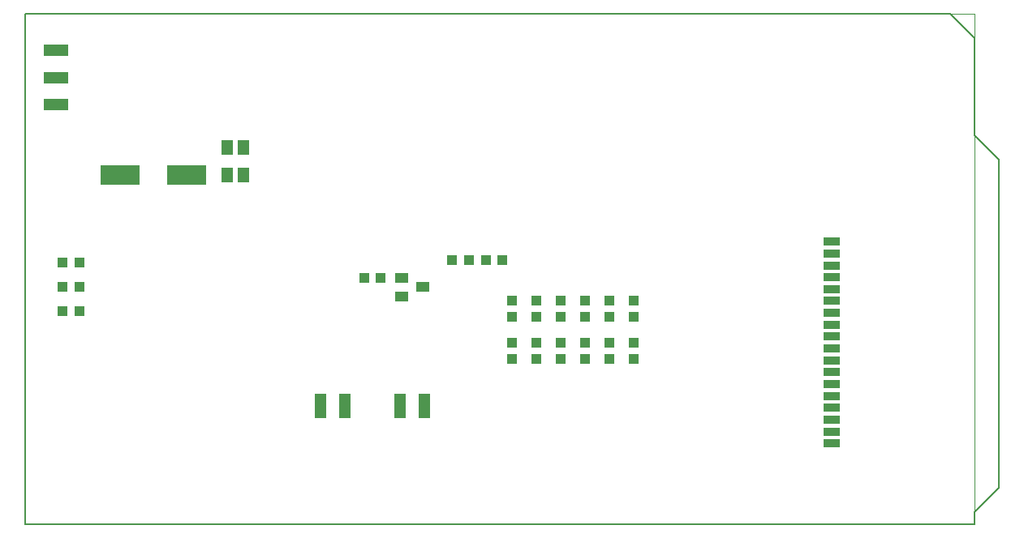
<source format=gtp>
G75*
%MOIN*%
%OFA0B0*%
%FSLAX24Y24*%
%IPPOS*%
%LPD*%
%AMOC8*
5,1,8,0,0,1.08239X$1,22.5*
%
%ADD10C,0.0000*%
%ADD11C,0.0080*%
%ADD12R,0.0433X0.0394*%
%ADD13R,0.1000X0.0500*%
%ADD14R,0.0512X0.0591*%
%ADD15R,0.1614X0.0827*%
%ADD16R,0.0660X0.0320*%
%ADD17R,0.0394X0.0433*%
%ADD18R,0.0551X0.0394*%
%ADD19R,0.0500X0.1000*%
D10*
X004943Y000500D02*
X004943Y021495D01*
X043935Y021495D01*
X043935Y000500D01*
X004943Y000500D01*
D11*
X004943Y021500D01*
X042943Y021500D01*
X043943Y020500D01*
X043943Y016500D01*
X044943Y015500D01*
X044943Y002000D01*
X043943Y001000D01*
X043943Y000500D01*
X004943Y000500D01*
D12*
X024943Y007290D03*
X024943Y007960D03*
X025943Y007960D03*
X025943Y007290D03*
X026943Y007290D03*
X026943Y007960D03*
X027943Y007960D03*
X027943Y007290D03*
X028943Y007290D03*
X028943Y007960D03*
X029943Y007960D03*
X029943Y007290D03*
X029943Y009040D03*
X028943Y009040D03*
X028943Y009710D03*
X029943Y009710D03*
X027943Y009710D03*
X026943Y009710D03*
X025943Y009710D03*
X024943Y009710D03*
X024943Y009040D03*
X025943Y009040D03*
X026943Y009040D03*
X027943Y009040D03*
D13*
X006193Y017750D03*
X006193Y018875D03*
X006193Y020000D03*
D14*
X013233Y016000D03*
X013902Y016000D03*
X013902Y014875D03*
X013233Y014875D03*
D15*
X011551Y014875D03*
X008835Y014875D03*
D16*
X038068Y012125D03*
X038068Y011637D03*
X038068Y011149D03*
X038068Y010660D03*
X038068Y010172D03*
X038068Y009684D03*
X038068Y009196D03*
X038068Y008708D03*
X038068Y008219D03*
X038068Y007731D03*
X038068Y007243D03*
X038068Y006755D03*
X038068Y006267D03*
X038068Y005779D03*
X038068Y005290D03*
X038068Y004802D03*
X038068Y004314D03*
X038068Y003826D03*
D17*
X024527Y011375D03*
X023858Y011375D03*
X023152Y011375D03*
X022483Y011375D03*
X019527Y010625D03*
X018858Y010625D03*
X007152Y010250D03*
X006483Y010250D03*
X006483Y011250D03*
X007152Y011250D03*
X007152Y009250D03*
X006483Y009250D03*
D18*
X020385Y009876D03*
X021251Y010250D03*
X020385Y010624D03*
D19*
X020318Y005375D03*
X021318Y005375D03*
X018068Y005375D03*
X017068Y005375D03*
M02*

</source>
